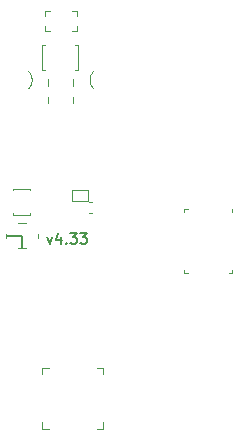
<source format=gbr>
G04 #@! TF.GenerationSoftware,KiCad,Pcbnew,(5.1.5)-3*
G04 #@! TF.CreationDate,2020-06-25T20:31:32-07:00*
G04 #@! TF.ProjectId,Miniscope-v4-Rigid-Flex,4d696e69-7363-46f7-9065-2d76342d5269,rev?*
G04 #@! TF.SameCoordinates,Original*
G04 #@! TF.FileFunction,Legend,Top*
G04 #@! TF.FilePolarity,Positive*
%FSLAX46Y46*%
G04 Gerber Fmt 4.6, Leading zero omitted, Abs format (unit mm)*
G04 Created by KiCad (PCBNEW (5.1.5)-3) date 2020-06-25 20:31:32*
%MOMM*%
%LPD*%
G04 APERTURE LIST*
%ADD10C,0.120000*%
%ADD11C,0.177800*%
%ADD12C,0.100000*%
%ADD13C,0.150000*%
G04 APERTURE END LIST*
D10*
X106500001Y-100749999D02*
G75*
G02X106500001Y-99250001I749999J749999D01*
G01*
X100999999Y-99250001D02*
G75*
G02X100999999Y-100749999I-749999J-749999D01*
G01*
D11*
X102569866Y-113240700D02*
X102781533Y-113833366D01*
X102993200Y-113240700D01*
X103712866Y-113240700D02*
X103712866Y-113833366D01*
X103501200Y-112902033D02*
X103289533Y-113537033D01*
X103839866Y-113537033D01*
X104178533Y-113748700D02*
X104220866Y-113791033D01*
X104178533Y-113833366D01*
X104136200Y-113791033D01*
X104178533Y-113748700D01*
X104178533Y-113833366D01*
X104517200Y-112944366D02*
X105067533Y-112944366D01*
X104771200Y-113283033D01*
X104898200Y-113283033D01*
X104982866Y-113325366D01*
X105025200Y-113367700D01*
X105067533Y-113452366D01*
X105067533Y-113664033D01*
X105025200Y-113748700D01*
X104982866Y-113791033D01*
X104898200Y-113833366D01*
X104644200Y-113833366D01*
X104559533Y-113791033D01*
X104517200Y-113748700D01*
X105363866Y-112944366D02*
X105914200Y-112944366D01*
X105617866Y-113283033D01*
X105744866Y-113283033D01*
X105829533Y-113325366D01*
X105871866Y-113367700D01*
X105914200Y-113452366D01*
X105914200Y-113664033D01*
X105871866Y-113748700D01*
X105829533Y-113791033D01*
X105744866Y-113833366D01*
X105490866Y-113833366D01*
X105406200Y-113791033D01*
X105363866Y-113748700D01*
D12*
X107316800Y-124368400D02*
X106766800Y-124368400D01*
X107316800Y-124918400D02*
X107316800Y-124368400D01*
X107316800Y-129528400D02*
X106766800Y-129528400D01*
X107316800Y-128978400D02*
X107316800Y-129528400D01*
X102156800Y-129528400D02*
X102706800Y-129528400D01*
X102156800Y-128978400D02*
X102156800Y-129528400D01*
X102156800Y-124368400D02*
X102706800Y-124368400D01*
X102156800Y-124918400D02*
X102156800Y-124368400D01*
D10*
X114190200Y-110878600D02*
X114190200Y-111138600D01*
X114190200Y-110878600D02*
X114450200Y-110878600D01*
X118210200Y-110878600D02*
X118210200Y-111138600D01*
X114190200Y-116298600D02*
X114190200Y-116038600D01*
X114190200Y-116298600D02*
X114450200Y-116298600D01*
X118210200Y-116298600D02*
X118210200Y-116038600D01*
X118210200Y-116298600D02*
X117950200Y-116298600D01*
D12*
X99709000Y-111380400D02*
X99709000Y-111270400D01*
X101109000Y-111380400D02*
X99709000Y-111380400D01*
X101109000Y-111270400D02*
X101109000Y-111380400D01*
X99709000Y-109220400D02*
X99709000Y-109330400D01*
X101109000Y-109220400D02*
X99709000Y-109220400D01*
X101109000Y-109330400D02*
X101109000Y-109220400D01*
X99104400Y-113325600D02*
X99104400Y-113015600D01*
X101764400Y-113325600D02*
X101764400Y-113015600D01*
X100079400Y-114250600D02*
X100789400Y-114250600D01*
X100789400Y-112090600D02*
X100079400Y-112090600D01*
D13*
X99159400Y-113170600D02*
X100434400Y-113170600D01*
X100434400Y-113170600D02*
X100434400Y-114220600D01*
D12*
X106075200Y-111237600D02*
X106325200Y-111237600D01*
X106075200Y-110277600D02*
X106325200Y-110277600D01*
D10*
X105986600Y-109327000D02*
X105986600Y-110207000D01*
X105986600Y-110207000D02*
X104686600Y-110207000D01*
X104686600Y-110207000D02*
X104686600Y-109327000D01*
X104686600Y-109327000D02*
X105986600Y-109327000D01*
D12*
X104927200Y-109603800D02*
G75*
G03X104927200Y-109603800I-50000J0D01*
G01*
X104771000Y-101965800D02*
X104771000Y-101395800D01*
X102651000Y-101965800D02*
X102651000Y-101395800D01*
X102651000Y-99905800D02*
X102651000Y-100475800D01*
X104771000Y-99905800D02*
X104771000Y-100475800D01*
X102368600Y-97030200D02*
X102103600Y-97030200D01*
X102103600Y-97030200D02*
X102103600Y-99130200D01*
X102103600Y-99130200D02*
X102368600Y-99130200D01*
X104938600Y-97030200D02*
X105203600Y-97030200D01*
X105203600Y-97030200D02*
X105203600Y-99130200D01*
X105203600Y-99130200D02*
X104938600Y-99130200D01*
X102415200Y-95796000D02*
X102835200Y-95796000D01*
X102415200Y-95376000D02*
X102415200Y-95796000D01*
X102415200Y-94116000D02*
X102835200Y-94116000D01*
X102415200Y-94536000D02*
X102415200Y-94116000D01*
X105095200Y-94116000D02*
X104675200Y-94116000D01*
X105095200Y-94536000D02*
X105095200Y-94116000D01*
X105095200Y-95796000D02*
X104675200Y-95796000D01*
X105095200Y-95376000D02*
X105095200Y-95796000D01*
M02*

</source>
